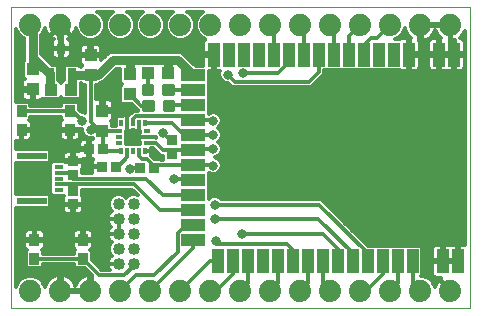
<source format=gtl>
G75*
%MOIN*%
%OFA0B0*%
%FSLAX25Y25*%
%IPPOS*%
%LPD*%
%AMOC8*
5,1,8,0,0,1.08239X$1,22.5*
%
%ADD10C,0.00000*%
%ADD11R,0.03937X0.07874*%
%ADD12R,0.07874X0.03937*%
%ADD13C,0.04000*%
%ADD14R,0.03150X0.03543*%
%ADD15R,0.04331X0.03937*%
%ADD16C,0.01181*%
%ADD17R,0.03937X0.04331*%
%ADD18C,0.07400*%
%ADD19R,0.03543X0.03937*%
%ADD20R,0.03150X0.01181*%
%ADD21R,0.10236X0.02362*%
%ADD22R,0.03543X0.03346*%
%ADD23R,0.01181X0.02362*%
%ADD24R,0.02362X0.01181*%
%ADD25R,0.03346X0.03543*%
%ADD26C,0.03150*%
%ADD27C,0.01575*%
%ADD28C,0.03150*%
D10*
X0060646Y0048835D02*
X0060646Y0149228D01*
X0213402Y0149228D01*
X0213402Y0048835D01*
X0060646Y0048835D01*
D11*
X0129406Y0064583D03*
X0134406Y0064583D03*
X0139406Y0064583D03*
X0144406Y0064583D03*
X0149406Y0064583D03*
X0154406Y0064583D03*
X0159406Y0064583D03*
X0164406Y0064583D03*
X0169406Y0064583D03*
X0174406Y0064583D03*
X0179406Y0064583D03*
X0184406Y0064583D03*
X0189406Y0064583D03*
X0194406Y0064583D03*
X0204406Y0064583D03*
X0209406Y0064583D03*
X0208146Y0133480D03*
X0203146Y0133480D03*
X0193146Y0133480D03*
X0188146Y0133480D03*
X0183146Y0133480D03*
X0178146Y0133480D03*
X0173146Y0133480D03*
X0168146Y0133480D03*
X0163146Y0133480D03*
X0158146Y0133480D03*
X0153146Y0133480D03*
X0148146Y0133480D03*
X0143146Y0133480D03*
X0138146Y0133480D03*
X0133146Y0133480D03*
X0128146Y0133480D03*
D12*
X0121276Y0126531D03*
X0121276Y0121531D03*
X0121276Y0116531D03*
X0121276Y0111531D03*
X0121276Y0106531D03*
X0121276Y0101531D03*
X0121276Y0096531D03*
X0121276Y0091531D03*
X0121276Y0086531D03*
X0121276Y0081531D03*
X0121276Y0076531D03*
X0121276Y0071531D03*
D13*
X0101335Y0073638D03*
X0096335Y0073638D03*
X0096335Y0068638D03*
X0101335Y0068638D03*
X0101335Y0063638D03*
X0096335Y0063638D03*
X0096335Y0078638D03*
X0101335Y0078638D03*
X0101335Y0083638D03*
X0096335Y0083638D03*
D14*
X0080921Y0127181D03*
X0073441Y0127181D03*
X0077181Y0135449D03*
D15*
X0073835Y0121669D03*
X0080528Y0121669D03*
X0106118Y0127181D03*
X0112811Y0127181D03*
D16*
X0120310Y0131408D02*
X0124587Y0131408D01*
X0124587Y0132587D02*
X0119131Y0132587D01*
X0118640Y0133078D02*
X0117862Y0133856D01*
X0116845Y0134277D01*
X0093954Y0134277D01*
X0092937Y0133856D01*
X0090583Y0131501D01*
X0090583Y0132890D01*
X0087417Y0132890D01*
X0087417Y0133677D01*
X0086630Y0133677D01*
X0086630Y0132890D01*
X0083465Y0132890D01*
X0083465Y0130909D01*
X0083573Y0130504D01*
X0083782Y0130141D01*
X0084078Y0129845D01*
X0084321Y0129705D01*
X0083971Y0129356D01*
X0083687Y0129356D01*
X0083687Y0129446D01*
X0082989Y0130143D01*
X0078853Y0130143D01*
X0078156Y0129446D01*
X0078156Y0124828D01*
X0077869Y0124828D01*
X0077181Y0124140D01*
X0076493Y0124828D01*
X0076206Y0124828D01*
X0076206Y0129446D01*
X0075509Y0130143D01*
X0073996Y0130143D01*
X0072931Y0131208D01*
X0072931Y0131208D01*
X0070667Y0133472D01*
X0070498Y0133641D01*
X0070498Y0139959D01*
X0071091Y0140553D01*
X0071768Y0142188D01*
X0071785Y0142084D01*
X0072042Y0141292D01*
X0072420Y0140550D01*
X0072909Y0139876D01*
X0073498Y0139287D01*
X0074172Y0138798D01*
X0074696Y0138531D01*
X0074630Y0138493D01*
X0074334Y0138197D01*
X0074124Y0137834D01*
X0074016Y0137430D01*
X0074016Y0135646D01*
X0076984Y0135646D01*
X0076984Y0138811D01*
X0076535Y0138811D01*
X0076535Y0142913D01*
X0077354Y0142913D01*
X0077354Y0138032D01*
X0077361Y0138032D01*
X0077378Y0138035D01*
X0077378Y0135646D01*
X0076984Y0135646D01*
X0076984Y0135252D01*
X0074016Y0135252D01*
X0074016Y0133468D01*
X0074124Y0133063D01*
X0074334Y0132701D01*
X0074630Y0132404D01*
X0074992Y0132195D01*
X0075397Y0132087D01*
X0076984Y0132087D01*
X0076984Y0135252D01*
X0077378Y0135252D01*
X0077378Y0135646D01*
X0080346Y0135646D01*
X0080346Y0137430D01*
X0080238Y0137834D01*
X0080029Y0138197D01*
X0079733Y0138493D01*
X0079445Y0138659D01*
X0079718Y0138798D01*
X0080391Y0139287D01*
X0080980Y0139876D01*
X0081470Y0140550D01*
X0081848Y0141292D01*
X0082105Y0142084D01*
X0082122Y0142188D01*
X0082799Y0140553D01*
X0084175Y0139177D01*
X0085972Y0138432D01*
X0087918Y0138432D01*
X0089715Y0139177D01*
X0091091Y0140553D01*
X0091835Y0142350D01*
X0091835Y0144296D01*
X0091091Y0146093D01*
X0089715Y0147469D01*
X0089307Y0147638D01*
X0094583Y0147638D01*
X0094175Y0147469D01*
X0092799Y0146093D01*
X0092054Y0144296D01*
X0092054Y0142350D01*
X0092799Y0140553D01*
X0094175Y0139177D01*
X0095972Y0138432D01*
X0097918Y0138432D01*
X0099715Y0139177D01*
X0101091Y0140553D01*
X0101835Y0142350D01*
X0101835Y0144296D01*
X0101091Y0146093D01*
X0099715Y0147469D01*
X0099307Y0147638D01*
X0104583Y0147638D01*
X0104175Y0147469D01*
X0102799Y0146093D01*
X0102054Y0144296D01*
X0102054Y0142350D01*
X0102799Y0140553D01*
X0104175Y0139177D01*
X0105972Y0138432D01*
X0107918Y0138432D01*
X0109715Y0139177D01*
X0111091Y0140553D01*
X0111835Y0142350D01*
X0111835Y0144296D01*
X0111091Y0146093D01*
X0109715Y0147469D01*
X0109307Y0147638D01*
X0114583Y0147638D01*
X0114175Y0147469D01*
X0112799Y0146093D01*
X0112054Y0144296D01*
X0112054Y0142350D01*
X0112799Y0140553D01*
X0114175Y0139177D01*
X0115972Y0138432D01*
X0117918Y0138432D01*
X0119715Y0139177D01*
X0121091Y0140553D01*
X0121835Y0142350D01*
X0121835Y0144296D01*
X0121091Y0146093D01*
X0119715Y0147469D01*
X0119307Y0147638D01*
X0124583Y0147638D01*
X0124175Y0147469D01*
X0122799Y0146093D01*
X0122054Y0144296D01*
X0122054Y0142350D01*
X0122799Y0140553D01*
X0124175Y0139177D01*
X0125263Y0138726D01*
X0125201Y0138690D01*
X0124904Y0138394D01*
X0124695Y0138031D01*
X0124587Y0137627D01*
X0124587Y0133874D01*
X0127752Y0133874D01*
X0127752Y0133087D01*
X0124587Y0133087D01*
X0124587Y0129691D01*
X0122027Y0129691D01*
X0118640Y0133078D01*
X0117951Y0133767D02*
X0127752Y0133767D01*
X0127752Y0133087D02*
X0128539Y0133087D01*
X0128539Y0127953D01*
X0130182Y0127953D01*
X0129928Y0127337D01*
X0129928Y0126237D01*
X0130349Y0125221D01*
X0131126Y0124443D01*
X0132143Y0124022D01*
X0132939Y0124022D01*
X0134317Y0122644D01*
X0160596Y0122644D01*
X0161639Y0123687D01*
X0164927Y0126975D01*
X0164927Y0128353D01*
X0165607Y0128353D01*
X0165646Y0128391D01*
X0165684Y0128353D01*
X0170607Y0128353D01*
X0170646Y0128391D01*
X0170684Y0128353D01*
X0175607Y0128353D01*
X0175646Y0128391D01*
X0175684Y0128353D01*
X0180607Y0128353D01*
X0180646Y0128391D01*
X0180684Y0128353D01*
X0185607Y0128353D01*
X0185646Y0128391D01*
X0185684Y0128353D01*
X0190118Y0128353D01*
X0190201Y0128271D01*
X0190563Y0128061D01*
X0190968Y0127953D01*
X0192752Y0127953D01*
X0192752Y0133087D01*
X0193539Y0133087D01*
X0193539Y0133874D01*
X0192752Y0133874D01*
X0192752Y0139008D01*
X0190968Y0139008D01*
X0190563Y0138899D01*
X0190201Y0138690D01*
X0190118Y0138608D01*
X0188342Y0138608D01*
X0189715Y0139177D01*
X0191091Y0140553D01*
X0191768Y0142188D01*
X0191785Y0142084D01*
X0192042Y0141292D01*
X0192420Y0140550D01*
X0192909Y0139876D01*
X0193498Y0139287D01*
X0193883Y0139008D01*
X0193539Y0139008D01*
X0193539Y0133874D01*
X0196705Y0133874D01*
X0196705Y0137627D01*
X0196596Y0138031D01*
X0196535Y0138137D01*
X0196535Y0142913D01*
X0197354Y0142913D01*
X0197354Y0138032D01*
X0197361Y0138032D01*
X0198184Y0138163D01*
X0198976Y0138420D01*
X0199718Y0138798D01*
X0200391Y0139287D01*
X0200980Y0139876D01*
X0201470Y0140550D01*
X0201848Y0141292D01*
X0201945Y0141591D01*
X0202042Y0141292D01*
X0202420Y0140550D01*
X0202909Y0139876D01*
X0203498Y0139287D01*
X0203883Y0139008D01*
X0203539Y0139008D01*
X0203539Y0133874D01*
X0202752Y0133874D01*
X0202752Y0139008D01*
X0200968Y0139008D01*
X0200563Y0138899D01*
X0200201Y0138690D01*
X0199904Y0138394D01*
X0199695Y0138031D01*
X0199587Y0137627D01*
X0199587Y0133874D01*
X0202752Y0133874D01*
X0202752Y0133087D01*
X0199587Y0133087D01*
X0199587Y0129334D01*
X0199695Y0128929D01*
X0199904Y0128567D01*
X0200201Y0128271D01*
X0200563Y0128061D01*
X0200968Y0127953D01*
X0202752Y0127953D01*
X0202752Y0133087D01*
X0203539Y0133087D01*
X0203539Y0133874D01*
X0206705Y0133874D01*
X0207752Y0133874D01*
X0207752Y0138094D01*
X0208184Y0138163D01*
X0208539Y0138278D01*
X0208539Y0133874D01*
X0207752Y0133874D01*
X0207752Y0133087D01*
X0203539Y0133087D01*
X0203539Y0127953D01*
X0205324Y0127953D01*
X0205646Y0128039D01*
X0205968Y0127953D01*
X0207752Y0127953D01*
X0207752Y0133087D01*
X0208539Y0133087D01*
X0208539Y0133874D01*
X0211705Y0133874D01*
X0211705Y0137627D01*
X0211596Y0138031D01*
X0211387Y0138394D01*
X0211091Y0138690D01*
X0210728Y0138899D01*
X0210324Y0139008D01*
X0210007Y0139008D01*
X0210391Y0139287D01*
X0210980Y0139876D01*
X0211470Y0140550D01*
X0211811Y0141220D01*
X0211811Y0070049D01*
X0211583Y0070110D01*
X0209799Y0070110D01*
X0209799Y0064976D01*
X0209012Y0064976D01*
X0209012Y0064189D01*
X0205846Y0064189D01*
X0204799Y0064189D01*
X0204799Y0064976D01*
X0209012Y0064976D01*
X0209012Y0070110D01*
X0207228Y0070110D01*
X0206905Y0070024D01*
X0206583Y0070110D01*
X0204799Y0070110D01*
X0204799Y0064976D01*
X0204012Y0064976D01*
X0204012Y0064189D01*
X0200846Y0064189D01*
X0200846Y0060436D01*
X0200955Y0060032D01*
X0201164Y0059669D01*
X0201460Y0059373D01*
X0201823Y0059164D01*
X0202228Y0059055D01*
X0203883Y0059055D01*
X0203498Y0058776D01*
X0202909Y0058187D01*
X0202420Y0057513D01*
X0202042Y0056771D01*
X0201785Y0055979D01*
X0201768Y0055875D01*
X0201091Y0057510D01*
X0199715Y0058886D01*
X0197918Y0059631D01*
X0197043Y0059631D01*
X0197565Y0060153D01*
X0197565Y0069013D01*
X0196867Y0069710D01*
X0191944Y0069710D01*
X0191905Y0069672D01*
X0191867Y0069710D01*
X0186944Y0069710D01*
X0186905Y0069672D01*
X0186867Y0069710D01*
X0181944Y0069710D01*
X0181905Y0069672D01*
X0181867Y0069710D01*
X0179386Y0069710D01*
X0163835Y0085261D01*
X0130492Y0085261D01*
X0129929Y0085825D01*
X0128912Y0086246D01*
X0127812Y0086246D01*
X0126796Y0085825D01*
X0126403Y0085432D01*
X0126403Y0088993D01*
X0126365Y0089031D01*
X0126403Y0089070D01*
X0126403Y0093993D01*
X0126365Y0094031D01*
X0126403Y0094070D01*
X0126403Y0094128D01*
X0127418Y0093707D01*
X0128519Y0093707D01*
X0129535Y0094128D01*
X0130313Y0094906D01*
X0130734Y0095922D01*
X0130734Y0097023D01*
X0130313Y0098039D01*
X0129535Y0098817D01*
X0128541Y0099228D01*
X0129535Y0099640D01*
X0130313Y0100418D01*
X0130734Y0101434D01*
X0130734Y0102534D01*
X0130313Y0103551D01*
X0129535Y0104329D01*
X0129492Y0104346D01*
X0129535Y0104364D01*
X0130313Y0105142D01*
X0130734Y0106159D01*
X0130734Y0107259D01*
X0130313Y0108275D01*
X0129535Y0109053D01*
X0129492Y0109071D01*
X0129535Y0109089D01*
X0130313Y0109867D01*
X0130734Y0110883D01*
X0130734Y0111983D01*
X0130313Y0113000D01*
X0129535Y0113777D01*
X0128519Y0114198D01*
X0127418Y0114198D01*
X0126403Y0113778D01*
X0126403Y0113993D01*
X0126365Y0114031D01*
X0126403Y0114070D01*
X0126403Y0118993D01*
X0126365Y0119031D01*
X0126403Y0119070D01*
X0126403Y0123993D01*
X0126365Y0124031D01*
X0126403Y0124070D01*
X0126403Y0127953D01*
X0127752Y0127953D01*
X0127752Y0133087D01*
X0127752Y0132587D02*
X0128539Y0132587D01*
X0128539Y0131408D02*
X0127752Y0131408D01*
X0127752Y0130228D02*
X0128539Y0130228D01*
X0128539Y0129048D02*
X0127752Y0129048D01*
X0126403Y0127869D02*
X0130148Y0127869D01*
X0129928Y0126689D02*
X0126403Y0126689D01*
X0126403Y0125510D02*
X0130229Y0125510D01*
X0131400Y0124330D02*
X0126403Y0124330D01*
X0126403Y0123150D02*
X0133811Y0123150D01*
X0135055Y0124425D02*
X0132693Y0126787D01*
X0135055Y0124425D02*
X0159858Y0124425D01*
X0163146Y0127713D01*
X0163146Y0133480D01*
X0168146Y0133480D02*
X0168146Y0142122D01*
X0166945Y0143323D01*
X0173146Y0139524D02*
X0176945Y0143323D01*
X0173146Y0139524D02*
X0173146Y0133480D01*
X0178146Y0133480D02*
X0178146Y0136807D01*
X0180331Y0138992D01*
X0182614Y0138992D01*
X0186945Y0143323D01*
X0191700Y0142024D02*
X0191804Y0142024D01*
X0192270Y0140845D02*
X0191212Y0140845D01*
X0190203Y0139665D02*
X0193121Y0139665D01*
X0192752Y0138485D02*
X0193539Y0138485D01*
X0193539Y0137306D02*
X0192752Y0137306D01*
X0192752Y0136126D02*
X0193539Y0136126D01*
X0193539Y0134946D02*
X0192752Y0134946D01*
X0193539Y0133767D02*
X0202752Y0133767D01*
X0203539Y0133767D02*
X0207752Y0133767D01*
X0208539Y0133767D02*
X0211811Y0133767D01*
X0211705Y0133087D02*
X0208539Y0133087D01*
X0208539Y0127953D01*
X0210324Y0127953D01*
X0210728Y0128061D01*
X0211091Y0128271D01*
X0211387Y0128567D01*
X0211596Y0128929D01*
X0211705Y0129334D01*
X0211705Y0133087D01*
X0211705Y0132587D02*
X0211811Y0132587D01*
X0211811Y0131408D02*
X0211705Y0131408D01*
X0211705Y0130228D02*
X0211811Y0130228D01*
X0211811Y0129048D02*
X0211628Y0129048D01*
X0211811Y0127869D02*
X0164927Y0127869D01*
X0164641Y0126689D02*
X0211811Y0126689D01*
X0211811Y0125510D02*
X0163461Y0125510D01*
X0162282Y0124330D02*
X0211811Y0124330D01*
X0211811Y0123150D02*
X0161102Y0123150D01*
X0153146Y0130891D02*
X0149623Y0127369D01*
X0137811Y0127369D01*
X0148146Y0133480D02*
X0148146Y0142122D01*
X0146945Y0143323D01*
X0156945Y0143323D02*
X0158146Y0142122D01*
X0158146Y0133480D01*
X0153146Y0133480D02*
X0153146Y0130891D01*
X0129599Y0113713D02*
X0211811Y0113713D01*
X0211811Y0112534D02*
X0130506Y0112534D01*
X0130734Y0111354D02*
X0211811Y0111354D01*
X0211811Y0110175D02*
X0130440Y0110175D01*
X0129593Y0108995D02*
X0211811Y0108995D01*
X0211811Y0107815D02*
X0130503Y0107815D01*
X0130734Y0106636D02*
X0211811Y0106636D01*
X0211811Y0105456D02*
X0130443Y0105456D01*
X0129587Y0104276D02*
X0211811Y0104276D01*
X0211811Y0103097D02*
X0130501Y0103097D01*
X0130734Y0101917D02*
X0211811Y0101917D01*
X0211811Y0100738D02*
X0130445Y0100738D01*
X0129337Y0099558D02*
X0211811Y0099558D01*
X0211811Y0098378D02*
X0129973Y0098378D01*
X0130661Y0097199D02*
X0211811Y0097199D01*
X0211811Y0096019D02*
X0130734Y0096019D01*
X0130246Y0094840D02*
X0211811Y0094840D01*
X0211811Y0093660D02*
X0126403Y0093660D01*
X0126403Y0092480D02*
X0211811Y0092480D01*
X0211811Y0091301D02*
X0126403Y0091301D01*
X0126403Y0090121D02*
X0211811Y0090121D01*
X0211811Y0088942D02*
X0126403Y0088942D01*
X0126403Y0087762D02*
X0211811Y0087762D01*
X0211811Y0086582D02*
X0126403Y0086582D01*
X0121276Y0086531D02*
X0111138Y0086531D01*
X0105528Y0092142D01*
X0081118Y0092142D01*
X0081118Y0093402D01*
X0081118Y0094110D01*
X0076394Y0094110D01*
X0073628Y0093660D02*
X0062236Y0093660D01*
X0062236Y0094840D02*
X0073628Y0094840D01*
X0073628Y0096019D02*
X0062236Y0096019D01*
X0062236Y0097199D02*
X0073665Y0097199D01*
X0073628Y0097162D02*
X0073628Y0087121D01*
X0074326Y0086424D01*
X0078156Y0086424D01*
X0078156Y0086291D01*
X0078074Y0086209D01*
X0077864Y0085846D01*
X0077756Y0085442D01*
X0077756Y0083805D01*
X0080872Y0083805D01*
X0080872Y0083313D01*
X0077756Y0083313D01*
X0077756Y0081676D01*
X0077864Y0081272D01*
X0078074Y0080909D01*
X0078370Y0080613D01*
X0078733Y0080404D01*
X0079137Y0080295D01*
X0080872Y0080295D01*
X0080872Y0083313D01*
X0081364Y0083313D01*
X0081364Y0080295D01*
X0083099Y0080295D01*
X0083504Y0080404D01*
X0083866Y0080613D01*
X0084163Y0080909D01*
X0084372Y0081272D01*
X0084480Y0081676D01*
X0084480Y0083313D01*
X0081364Y0083313D01*
X0081364Y0083805D01*
X0084480Y0083805D01*
X0084480Y0085442D01*
X0084372Y0085846D01*
X0084163Y0086209D01*
X0084080Y0086291D01*
X0084080Y0088392D01*
X0100853Y0088392D01*
X0102733Y0086512D01*
X0101969Y0086828D01*
X0100700Y0086828D01*
X0099527Y0086343D01*
X0098835Y0085650D01*
X0098142Y0086343D01*
X0096969Y0086828D01*
X0095700Y0086828D01*
X0094527Y0086343D01*
X0093630Y0085445D01*
X0093144Y0084272D01*
X0093144Y0083003D01*
X0093630Y0081830D01*
X0094040Y0081421D01*
X0093546Y0080927D01*
X0093153Y0080339D01*
X0092882Y0079685D01*
X0092744Y0078991D01*
X0092744Y0078638D01*
X0096335Y0078638D01*
X0096335Y0075047D01*
X0096335Y0073638D01*
X0096335Y0073638D01*
X0096335Y0078638D01*
X0096335Y0078638D01*
X0096335Y0078638D01*
X0092744Y0078638D01*
X0092744Y0078284D01*
X0092882Y0077590D01*
X0093153Y0076937D01*
X0093546Y0076349D01*
X0093757Y0076138D01*
X0093546Y0075927D01*
X0093153Y0075339D01*
X0092882Y0074685D01*
X0092744Y0073991D01*
X0092744Y0073638D01*
X0096335Y0073638D01*
X0096335Y0073638D01*
X0092744Y0073638D01*
X0092744Y0073284D01*
X0092882Y0072590D01*
X0093153Y0071937D01*
X0093546Y0071349D01*
X0094040Y0070855D01*
X0093630Y0070445D01*
X0093144Y0069272D01*
X0093144Y0068003D01*
X0093630Y0066830D01*
X0094040Y0066421D01*
X0093546Y0065927D01*
X0093153Y0065339D01*
X0092882Y0064685D01*
X0092744Y0063991D01*
X0092744Y0063638D01*
X0096335Y0063638D01*
X0096335Y0063638D01*
X0092744Y0063638D01*
X0092744Y0063284D01*
X0092882Y0062590D01*
X0093153Y0061937D01*
X0093352Y0061639D01*
X0090714Y0061639D01*
X0087427Y0064927D01*
X0087427Y0067832D01*
X0086970Y0068288D01*
X0087213Y0068428D01*
X0087509Y0068724D01*
X0087718Y0069087D01*
X0087827Y0069491D01*
X0087827Y0071374D01*
X0084760Y0071374D01*
X0084760Y0071965D01*
X0084169Y0071965D01*
X0084169Y0075228D01*
X0082484Y0075228D01*
X0082079Y0075120D01*
X0081716Y0074911D01*
X0081420Y0074614D01*
X0081211Y0074252D01*
X0081102Y0073847D01*
X0081102Y0071965D01*
X0084169Y0071965D01*
X0084169Y0071374D01*
X0081102Y0071374D01*
X0081102Y0069491D01*
X0081211Y0069087D01*
X0081420Y0068724D01*
X0081716Y0068428D01*
X0081959Y0068288D01*
X0081502Y0067832D01*
X0081502Y0067151D01*
X0071285Y0067151D01*
X0071285Y0067832D01*
X0070829Y0068288D01*
X0071071Y0068428D01*
X0071367Y0068724D01*
X0071577Y0069087D01*
X0071685Y0069491D01*
X0071685Y0071374D01*
X0068618Y0071374D01*
X0068618Y0071965D01*
X0068028Y0071965D01*
X0068028Y0075228D01*
X0066342Y0075228D01*
X0065937Y0075120D01*
X0065575Y0074911D01*
X0065278Y0074614D01*
X0065069Y0074252D01*
X0064961Y0073847D01*
X0064961Y0071965D01*
X0068027Y0071965D01*
X0068027Y0071374D01*
X0064961Y0071374D01*
X0064961Y0069491D01*
X0065069Y0069087D01*
X0065278Y0068724D01*
X0065575Y0068428D01*
X0065817Y0068288D01*
X0065361Y0067832D01*
X0065361Y0062908D01*
X0066058Y0062211D01*
X0070588Y0062211D01*
X0071285Y0062908D01*
X0071285Y0063589D01*
X0081502Y0063589D01*
X0081502Y0062908D01*
X0082200Y0062211D01*
X0085105Y0062211D01*
X0087354Y0059961D01*
X0087354Y0055150D01*
X0086535Y0055150D01*
X0086535Y0054331D01*
X0082235Y0054331D01*
X0077354Y0054331D01*
X0077354Y0055150D01*
X0076535Y0055150D01*
X0076535Y0060031D01*
X0076528Y0060031D01*
X0075706Y0059900D01*
X0074914Y0059643D01*
X0074172Y0059265D01*
X0073498Y0058776D01*
X0072909Y0058187D01*
X0072420Y0057513D01*
X0072042Y0056771D01*
X0071785Y0055979D01*
X0071768Y0055875D01*
X0071091Y0057510D01*
X0069715Y0058886D01*
X0067918Y0059631D01*
X0065972Y0059631D01*
X0064175Y0058886D01*
X0062799Y0057510D01*
X0062236Y0056152D01*
X0062236Y0082290D01*
X0072950Y0082290D01*
X0073647Y0082987D01*
X0073647Y0086336D01*
X0072950Y0087033D01*
X0062236Y0087033D01*
X0062236Y0097250D01*
X0072950Y0097250D01*
X0073647Y0097948D01*
X0073647Y0101296D01*
X0072950Y0101994D01*
X0062236Y0101994D01*
X0062236Y0104724D01*
X0063697Y0104724D01*
X0063697Y0107988D01*
X0064287Y0107988D01*
X0064287Y0104724D01*
X0065973Y0104724D01*
X0066378Y0104833D01*
X0066740Y0105042D01*
X0067037Y0105338D01*
X0067246Y0105701D01*
X0067354Y0106106D01*
X0067354Y0107988D01*
X0064287Y0107988D01*
X0064287Y0108579D01*
X0067354Y0108579D01*
X0067354Y0110461D01*
X0067246Y0110866D01*
X0067037Y0111229D01*
X0066740Y0111525D01*
X0066498Y0111665D01*
X0066954Y0112121D01*
X0066954Y0112802D01*
X0077172Y0112802D01*
X0077172Y0112121D01*
X0077628Y0111665D01*
X0077386Y0111525D01*
X0077089Y0111229D01*
X0076880Y0110866D01*
X0076772Y0110461D01*
X0076772Y0108579D01*
X0079838Y0108579D01*
X0079838Y0107988D01*
X0076772Y0107988D01*
X0076772Y0106106D01*
X0076880Y0105701D01*
X0077089Y0105338D01*
X0077386Y0105042D01*
X0077748Y0104833D01*
X0078153Y0104724D01*
X0079839Y0104724D01*
X0079839Y0107988D01*
X0080429Y0107988D01*
X0080429Y0104724D01*
X0082115Y0104724D01*
X0082519Y0104833D01*
X0082882Y0105042D01*
X0083178Y0105338D01*
X0083388Y0105701D01*
X0083496Y0106106D01*
X0083496Y0107988D01*
X0080429Y0107988D01*
X0080429Y0108579D01*
X0083496Y0108579D01*
X0083496Y0108756D01*
X0083708Y0108668D01*
X0084258Y0108668D01*
X0084258Y0107733D01*
X0084679Y0106717D01*
X0085457Y0105939D01*
X0086474Y0105518D01*
X0087574Y0105518D01*
X0087802Y0105613D01*
X0087802Y0105428D01*
X0087883Y0105346D01*
X0086758Y0105346D01*
X0086758Y0102230D01*
X0086266Y0102230D01*
X0086266Y0101738D01*
X0086758Y0101738D01*
X0086758Y0098622D01*
X0087778Y0098622D01*
X0087687Y0098464D01*
X0087579Y0098060D01*
X0087579Y0096325D01*
X0090596Y0096325D01*
X0090596Y0095833D01*
X0087579Y0095833D01*
X0087579Y0094098D01*
X0087626Y0093923D01*
X0084080Y0093923D01*
X0084080Y0095236D01*
X0084163Y0095319D01*
X0084372Y0095681D01*
X0084480Y0096086D01*
X0084480Y0097722D01*
X0081364Y0097722D01*
X0081364Y0098215D01*
X0080872Y0098215D01*
X0080872Y0101232D01*
X0079137Y0101232D01*
X0078733Y0101124D01*
X0078370Y0100914D01*
X0078074Y0100618D01*
X0077864Y0100256D01*
X0077756Y0099851D01*
X0077756Y0098215D01*
X0080872Y0098215D01*
X0080872Y0097722D01*
X0078599Y0097722D01*
X0078462Y0097860D01*
X0074326Y0097860D01*
X0073628Y0097162D01*
X0073647Y0098378D02*
X0077756Y0098378D01*
X0077756Y0099558D02*
X0073647Y0099558D01*
X0073647Y0100738D02*
X0078193Y0100738D01*
X0080872Y0100738D02*
X0081364Y0100738D01*
X0081364Y0101232D02*
X0081364Y0098215D01*
X0084480Y0098215D01*
X0084480Y0098662D01*
X0084629Y0098622D01*
X0086266Y0098622D01*
X0086266Y0101738D01*
X0083248Y0101738D01*
X0083248Y0101192D01*
X0083099Y0101232D01*
X0081364Y0101232D01*
X0081364Y0099558D02*
X0080872Y0099558D01*
X0080872Y0098378D02*
X0081364Y0098378D01*
X0084480Y0098378D02*
X0087664Y0098378D01*
X0087579Y0097199D02*
X0084480Y0097199D01*
X0084462Y0096019D02*
X0090596Y0096019D01*
X0087579Y0094840D02*
X0084080Y0094840D01*
X0086266Y0099558D02*
X0086758Y0099558D01*
X0086758Y0100738D02*
X0086266Y0100738D01*
X0086266Y0101917D02*
X0073026Y0101917D01*
X0077021Y0105456D02*
X0067105Y0105456D01*
X0067354Y0106636D02*
X0076772Y0106636D01*
X0076772Y0107815D02*
X0067354Y0107815D01*
X0067354Y0108995D02*
X0076772Y0108995D01*
X0076772Y0110175D02*
X0067354Y0110175D01*
X0066911Y0111354D02*
X0077215Y0111354D01*
X0077172Y0112534D02*
X0066954Y0112534D01*
X0063992Y0114583D02*
X0080134Y0114583D01*
X0081109Y0114583D01*
X0084258Y0111433D01*
X0085243Y0114019D02*
X0084808Y0114198D01*
X0084012Y0114198D01*
X0083096Y0115114D01*
X0083096Y0117044D01*
X0082399Y0117742D01*
X0077869Y0117742D01*
X0077172Y0117044D01*
X0077172Y0116364D01*
X0066954Y0116364D01*
X0066954Y0117044D01*
X0066257Y0117742D01*
X0062236Y0117742D01*
X0062236Y0141911D01*
X0062799Y0140553D01*
X0064175Y0139177D01*
X0064967Y0138849D01*
X0064967Y0131611D01*
X0064573Y0131218D01*
X0064573Y0125901D01*
X0065030Y0125444D01*
X0064787Y0125304D01*
X0064491Y0125008D01*
X0064282Y0124645D01*
X0064173Y0124241D01*
X0064173Y0122260D01*
X0067338Y0122260D01*
X0067338Y0121472D01*
X0064173Y0121472D01*
X0064173Y0119491D01*
X0064282Y0119087D01*
X0064491Y0118724D01*
X0064787Y0118428D01*
X0065150Y0118219D01*
X0065554Y0118110D01*
X0067339Y0118110D01*
X0067339Y0121472D01*
X0068126Y0121472D01*
X0068126Y0118110D01*
X0069910Y0118110D01*
X0070315Y0118219D01*
X0070677Y0118428D01*
X0070968Y0118719D01*
X0071176Y0118510D01*
X0076493Y0118510D01*
X0077181Y0119198D01*
X0077869Y0118510D01*
X0083186Y0118510D01*
X0083883Y0119208D01*
X0083883Y0123825D01*
X0083971Y0123825D01*
X0084562Y0123235D01*
X0085243Y0123235D01*
X0085243Y0114019D01*
X0085243Y0114893D02*
X0083317Y0114893D01*
X0083096Y0116073D02*
X0085243Y0116073D01*
X0085243Y0117252D02*
X0082888Y0117252D01*
X0083883Y0119611D02*
X0085243Y0119611D01*
X0085243Y0118432D02*
X0070681Y0118432D01*
X0068126Y0118432D02*
X0067339Y0118432D01*
X0067339Y0119611D02*
X0068126Y0119611D01*
X0068126Y0120791D02*
X0067339Y0120791D01*
X0067338Y0121971D02*
X0062236Y0121971D01*
X0062236Y0123150D02*
X0064173Y0123150D01*
X0064197Y0124330D02*
X0062236Y0124330D01*
X0062236Y0125510D02*
X0064964Y0125510D01*
X0064573Y0126689D02*
X0062236Y0126689D01*
X0062236Y0127869D02*
X0064573Y0127869D01*
X0064573Y0129048D02*
X0062236Y0129048D01*
X0062236Y0130228D02*
X0064573Y0130228D01*
X0064763Y0131408D02*
X0062236Y0131408D01*
X0062236Y0132587D02*
X0064967Y0132587D01*
X0064967Y0133767D02*
X0062236Y0133767D01*
X0062236Y0134946D02*
X0064967Y0134946D01*
X0064967Y0136126D02*
X0062236Y0136126D01*
X0062236Y0137306D02*
X0064967Y0137306D01*
X0064967Y0138485D02*
X0062236Y0138485D01*
X0062236Y0139665D02*
X0063687Y0139665D01*
X0062678Y0140845D02*
X0062236Y0140845D01*
X0070498Y0139665D02*
X0073121Y0139665D01*
X0072270Y0140845D02*
X0071212Y0140845D01*
X0071700Y0142024D02*
X0071804Y0142024D01*
X0070498Y0138485D02*
X0074622Y0138485D01*
X0074016Y0137306D02*
X0070498Y0137306D01*
X0070498Y0136126D02*
X0074016Y0136126D01*
X0074016Y0134946D02*
X0070498Y0134946D01*
X0070498Y0133767D02*
X0074016Y0133767D01*
X0074447Y0132587D02*
X0071552Y0132587D01*
X0072732Y0131408D02*
X0083465Y0131408D01*
X0083465Y0132587D02*
X0079915Y0132587D01*
X0080029Y0132701D02*
X0080238Y0133063D01*
X0080346Y0133468D01*
X0080346Y0135252D01*
X0077378Y0135252D01*
X0077378Y0132087D01*
X0078965Y0132087D01*
X0079370Y0132195D01*
X0079733Y0132404D01*
X0080029Y0132701D01*
X0080346Y0133767D02*
X0083465Y0133767D01*
X0083465Y0133677D02*
X0086630Y0133677D01*
X0086630Y0137039D01*
X0084846Y0137039D01*
X0084441Y0136931D01*
X0084078Y0136722D01*
X0083782Y0136425D01*
X0083573Y0136063D01*
X0083465Y0135658D01*
X0083465Y0133677D01*
X0083465Y0134946D02*
X0080346Y0134946D01*
X0080346Y0136126D02*
X0083610Y0136126D01*
X0086630Y0136126D02*
X0087417Y0136126D01*
X0087417Y0137039D02*
X0087417Y0133677D01*
X0090583Y0133677D01*
X0090583Y0135658D01*
X0090474Y0136063D01*
X0090265Y0136425D01*
X0089969Y0136722D01*
X0089606Y0136931D01*
X0089202Y0137039D01*
X0087417Y0137039D01*
X0088046Y0138485D02*
X0095844Y0138485D01*
X0098046Y0138485D02*
X0105844Y0138485D01*
X0108046Y0138485D02*
X0115844Y0138485D01*
X0118046Y0138485D02*
X0124996Y0138485D01*
X0124587Y0137306D02*
X0080346Y0137306D01*
X0079740Y0138485D02*
X0085844Y0138485D01*
X0083687Y0139665D02*
X0080769Y0139665D01*
X0081620Y0140845D02*
X0082678Y0140845D01*
X0082189Y0142024D02*
X0082086Y0142024D01*
X0077354Y0142024D02*
X0076535Y0142024D01*
X0076535Y0140845D02*
X0077354Y0140845D01*
X0077354Y0139665D02*
X0076535Y0139665D01*
X0076984Y0138485D02*
X0077354Y0138485D01*
X0077378Y0137306D02*
X0076984Y0137306D01*
X0076984Y0136126D02*
X0077378Y0136126D01*
X0077378Y0134946D02*
X0076984Y0134946D01*
X0076984Y0133767D02*
X0077378Y0133767D01*
X0077378Y0132587D02*
X0076984Y0132587D01*
X0076206Y0129048D02*
X0078156Y0129048D01*
X0078156Y0127869D02*
X0076206Y0127869D01*
X0076206Y0126689D02*
X0078156Y0126689D01*
X0078156Y0125510D02*
X0076206Y0125510D01*
X0076992Y0124330D02*
X0077371Y0124330D01*
X0083883Y0123150D02*
X0085243Y0123150D01*
X0085243Y0121971D02*
X0083883Y0121971D01*
X0083883Y0120791D02*
X0085243Y0120791D01*
X0088805Y0120791D02*
X0096857Y0120791D01*
X0096857Y0119611D02*
X0088805Y0119611D01*
X0088805Y0118535D02*
X0088805Y0123235D01*
X0089485Y0123235D01*
X0090076Y0123825D01*
X0090133Y0123825D01*
X0091149Y0124246D01*
X0095649Y0128746D01*
X0096857Y0128746D01*
X0096857Y0124326D01*
X0097545Y0123638D01*
X0096857Y0122950D01*
X0096857Y0117633D01*
X0097554Y0116935D01*
X0100853Y0116935D01*
X0102138Y0115650D01*
X0102990Y0114798D01*
X0101344Y0114798D01*
X0100301Y0113755D01*
X0099963Y0113417D01*
X0099228Y0113417D01*
X0098428Y0113417D01*
X0098024Y0113309D01*
X0097661Y0113100D01*
X0097579Y0113017D01*
X0096176Y0113017D01*
X0095479Y0112320D01*
X0095479Y0109671D01*
X0094120Y0109671D01*
X0094120Y0110745D01*
X0093663Y0111201D01*
X0093906Y0111341D01*
X0094202Y0111638D01*
X0094411Y0112000D01*
X0094520Y0112405D01*
X0094520Y0114386D01*
X0091354Y0114386D01*
X0091354Y0115173D01*
X0090567Y0115173D01*
X0090567Y0118535D01*
X0088805Y0118535D01*
X0090567Y0118432D02*
X0091354Y0118432D01*
X0091354Y0118535D02*
X0091354Y0115173D01*
X0094520Y0115173D01*
X0094520Y0117154D01*
X0094411Y0117559D01*
X0094202Y0117921D01*
X0093906Y0118218D01*
X0093543Y0118427D01*
X0093139Y0118535D01*
X0091354Y0118535D01*
X0091354Y0117252D02*
X0090567Y0117252D01*
X0090567Y0116073D02*
X0091354Y0116073D01*
X0091354Y0114893D02*
X0102895Y0114893D01*
X0101716Y0116073D02*
X0094520Y0116073D01*
X0094493Y0117252D02*
X0097237Y0117252D01*
X0096857Y0118432D02*
X0093525Y0118432D01*
X0096857Y0121971D02*
X0088805Y0121971D01*
X0088805Y0123150D02*
X0097057Y0123150D01*
X0096857Y0124330D02*
X0091233Y0124330D01*
X0092412Y0125510D02*
X0096857Y0125510D01*
X0096857Y0126689D02*
X0093592Y0126689D01*
X0094772Y0127869D02*
X0096857Y0127869D01*
X0091669Y0132587D02*
X0090583Y0132587D01*
X0090583Y0133767D02*
X0092848Y0133767D01*
X0090583Y0134946D02*
X0124587Y0134946D01*
X0124587Y0136126D02*
X0090438Y0136126D01*
X0087417Y0134946D02*
X0086630Y0134946D01*
X0086630Y0133767D02*
X0087417Y0133767D01*
X0083732Y0130228D02*
X0073911Y0130228D01*
X0064173Y0120791D02*
X0062236Y0120791D01*
X0062236Y0119611D02*
X0064173Y0119611D01*
X0064783Y0118432D02*
X0062236Y0118432D01*
X0066746Y0117252D02*
X0077380Y0117252D01*
X0087024Y0111039D02*
X0089976Y0108087D01*
X0090961Y0108087D01*
X0087220Y0108087D01*
X0087024Y0108283D01*
X0087024Y0111039D02*
X0087024Y0126591D01*
X0100016Y0120291D02*
X0103919Y0116388D01*
X0106338Y0116388D01*
X0104960Y0115010D02*
X0104960Y0117766D01*
X0107716Y0117766D01*
X0107716Y0115010D01*
X0104960Y0115010D01*
X0104960Y0116190D02*
X0107716Y0116190D01*
X0107716Y0117370D02*
X0104960Y0117370D01*
X0104729Y0120291D02*
X0104729Y0123047D01*
X0107485Y0123047D01*
X0107485Y0120291D01*
X0104729Y0120291D01*
X0104729Y0121471D02*
X0107485Y0121471D01*
X0107485Y0122651D02*
X0104729Y0122651D01*
X0106107Y0121669D02*
X0106107Y0127170D01*
X0106118Y0127181D01*
X0111635Y0123047D02*
X0111635Y0120291D01*
X0111635Y0123047D02*
X0114391Y0123047D01*
X0114391Y0120291D01*
X0111635Y0120291D01*
X0111635Y0121471D02*
X0114391Y0121471D01*
X0114391Y0122651D02*
X0111635Y0122651D01*
X0113013Y0121669D02*
X0121138Y0121669D01*
X0121276Y0121531D01*
X0126403Y0121971D02*
X0211811Y0121971D01*
X0211811Y0120791D02*
X0126403Y0120791D01*
X0126403Y0119611D02*
X0211811Y0119611D01*
X0211811Y0118432D02*
X0126403Y0118432D01*
X0126403Y0117252D02*
X0211811Y0117252D01*
X0211811Y0116073D02*
X0126403Y0116073D01*
X0126403Y0114893D02*
X0211811Y0114893D01*
X0196091Y0128271D02*
X0195728Y0128061D01*
X0195324Y0127953D01*
X0193539Y0127953D01*
X0193539Y0133087D01*
X0196705Y0133087D01*
X0196705Y0129334D01*
X0196596Y0128929D01*
X0196387Y0128567D01*
X0196091Y0128271D01*
X0196628Y0129048D02*
X0199663Y0129048D01*
X0199587Y0130228D02*
X0196705Y0130228D01*
X0196705Y0131408D02*
X0199587Y0131408D01*
X0199587Y0132587D02*
X0196705Y0132587D01*
X0196705Y0134946D02*
X0199587Y0134946D01*
X0199587Y0136126D02*
X0196705Y0136126D01*
X0196705Y0137306D02*
X0199587Y0137306D01*
X0199996Y0138485D02*
X0199104Y0138485D01*
X0197354Y0138485D02*
X0196535Y0138485D01*
X0196535Y0139665D02*
X0197354Y0139665D01*
X0197354Y0140845D02*
X0196535Y0140845D01*
X0196535Y0142024D02*
X0197354Y0142024D01*
X0197354Y0142913D02*
X0201654Y0142913D01*
X0206535Y0142913D01*
X0206535Y0143732D01*
X0197354Y0143732D01*
X0197354Y0142913D01*
X0197354Y0143204D02*
X0206535Y0143204D01*
X0211620Y0140845D02*
X0211811Y0140845D01*
X0211811Y0139665D02*
X0210769Y0139665D01*
X0211296Y0138485D02*
X0211811Y0138485D01*
X0211811Y0137306D02*
X0211705Y0137306D01*
X0211705Y0136126D02*
X0211811Y0136126D01*
X0211811Y0134946D02*
X0211705Y0134946D01*
X0208539Y0134946D02*
X0207752Y0134946D01*
X0207752Y0136126D02*
X0208539Y0136126D01*
X0208539Y0137306D02*
X0207752Y0137306D01*
X0203539Y0137306D02*
X0202752Y0137306D01*
X0202752Y0138485D02*
X0203539Y0138485D01*
X0203121Y0139665D02*
X0200769Y0139665D01*
X0201620Y0140845D02*
X0202270Y0140845D01*
X0202752Y0136126D02*
X0203539Y0136126D01*
X0203539Y0134946D02*
X0202752Y0134946D01*
X0202752Y0132587D02*
X0203539Y0132587D01*
X0203539Y0131408D02*
X0202752Y0131408D01*
X0202752Y0130228D02*
X0203539Y0130228D01*
X0203539Y0129048D02*
X0202752Y0129048D01*
X0207752Y0129048D02*
X0208539Y0129048D01*
X0208539Y0130228D02*
X0207752Y0130228D01*
X0207752Y0131408D02*
X0208539Y0131408D01*
X0208539Y0132587D02*
X0207752Y0132587D01*
X0193539Y0132587D02*
X0192752Y0132587D01*
X0192752Y0131408D02*
X0193539Y0131408D01*
X0193539Y0130228D02*
X0192752Y0130228D01*
X0192752Y0129048D02*
X0193539Y0129048D01*
X0211811Y0085403D02*
X0130351Y0085403D01*
X0128362Y0083480D02*
X0163097Y0083480D01*
X0179406Y0067172D01*
X0179406Y0064583D01*
X0184406Y0064583D02*
X0184406Y0060390D01*
X0178756Y0054740D01*
X0176945Y0054740D01*
X0186945Y0054740D02*
X0189406Y0057201D01*
X0189406Y0064583D01*
X0194406Y0064583D02*
X0194406Y0057280D01*
X0196945Y0054740D01*
X0200330Y0058272D02*
X0202994Y0058272D01*
X0202205Y0057092D02*
X0201264Y0057092D01*
X0201753Y0055912D02*
X0201774Y0055912D01*
X0201382Y0059451D02*
X0198351Y0059451D01*
X0197565Y0060631D02*
X0200846Y0060631D01*
X0200846Y0061810D02*
X0197565Y0061810D01*
X0197565Y0062990D02*
X0200846Y0062990D01*
X0200846Y0064170D02*
X0197565Y0064170D01*
X0197565Y0065349D02*
X0200846Y0065349D01*
X0200846Y0064976D02*
X0204012Y0064976D01*
X0204012Y0070110D01*
X0202228Y0070110D01*
X0201823Y0070002D01*
X0201460Y0069792D01*
X0201164Y0069496D01*
X0200955Y0069134D01*
X0200846Y0068729D01*
X0200846Y0064976D01*
X0200846Y0066529D02*
X0197565Y0066529D01*
X0197565Y0067708D02*
X0200846Y0067708D01*
X0200889Y0068888D02*
X0197565Y0068888D01*
X0202069Y0070068D02*
X0179029Y0070068D01*
X0177849Y0071247D02*
X0211811Y0071247D01*
X0211811Y0070068D02*
X0211742Y0070068D01*
X0209799Y0070068D02*
X0209012Y0070068D01*
X0209012Y0068888D02*
X0209799Y0068888D01*
X0209799Y0067708D02*
X0209012Y0067708D01*
X0209012Y0066529D02*
X0209799Y0066529D01*
X0209799Y0065349D02*
X0209012Y0065349D01*
X0204799Y0065349D02*
X0204012Y0065349D01*
X0204012Y0066529D02*
X0204799Y0066529D01*
X0204799Y0067708D02*
X0204012Y0067708D01*
X0204012Y0068888D02*
X0204799Y0068888D01*
X0204799Y0070068D02*
X0204012Y0070068D01*
X0206742Y0070068D02*
X0207069Y0070068D01*
X0211811Y0072427D02*
X0176669Y0072427D01*
X0175490Y0073607D02*
X0211811Y0073607D01*
X0211811Y0074786D02*
X0174310Y0074786D01*
X0173130Y0075966D02*
X0211811Y0075966D01*
X0211811Y0077145D02*
X0171951Y0077145D01*
X0170771Y0078325D02*
X0211811Y0078325D01*
X0211811Y0079505D02*
X0169592Y0079505D01*
X0168412Y0080684D02*
X0211811Y0080684D01*
X0211811Y0081864D02*
X0167232Y0081864D01*
X0166053Y0083043D02*
X0211811Y0083043D01*
X0211811Y0084223D02*
X0164873Y0084223D01*
X0162821Y0078756D02*
X0174406Y0067172D01*
X0174406Y0064583D01*
X0169406Y0064583D02*
X0169406Y0068815D01*
X0164583Y0073638D01*
X0137417Y0073638D01*
X0129543Y0070488D02*
X0128756Y0071276D01*
X0129543Y0070488D02*
X0152378Y0070488D01*
X0154406Y0068461D01*
X0154406Y0064583D01*
X0159406Y0064583D02*
X0159406Y0057201D01*
X0156945Y0054740D01*
X0164406Y0057280D02*
X0166945Y0054740D01*
X0164406Y0057280D02*
X0164406Y0064583D01*
X0149406Y0064583D02*
X0149406Y0057201D01*
X0146945Y0054740D01*
X0139406Y0057201D02*
X0136945Y0054740D01*
X0139406Y0057201D02*
X0139406Y0064583D01*
X0134406Y0064583D02*
X0134406Y0060390D01*
X0128756Y0054740D01*
X0126945Y0054740D01*
X0126787Y0064583D02*
X0116945Y0054740D01*
X0108283Y0059858D02*
X0116148Y0067723D01*
X0116148Y0073993D01*
X0118686Y0076531D01*
X0121276Y0076531D01*
X0118264Y0076531D01*
X0118539Y0081531D02*
X0121276Y0081531D01*
X0110232Y0081531D01*
X0101591Y0090173D01*
X0081118Y0090173D01*
X0081118Y0088126D01*
X0081118Y0090173D02*
X0076394Y0090173D01*
X0073628Y0090121D02*
X0062236Y0090121D01*
X0062236Y0088942D02*
X0073628Y0088942D01*
X0073628Y0087762D02*
X0062236Y0087762D01*
X0062236Y0091301D02*
X0073628Y0091301D01*
X0073628Y0092480D02*
X0062236Y0092480D01*
X0073401Y0086582D02*
X0074167Y0086582D01*
X0073647Y0085403D02*
X0077756Y0085403D01*
X0077756Y0084223D02*
X0073647Y0084223D01*
X0073647Y0083043D02*
X0077756Y0083043D01*
X0077756Y0081864D02*
X0062236Y0081864D01*
X0062236Y0080684D02*
X0078299Y0080684D01*
X0080872Y0080684D02*
X0081364Y0080684D01*
X0081364Y0081864D02*
X0080872Y0081864D01*
X0080872Y0083043D02*
X0081364Y0083043D01*
X0084480Y0083043D02*
X0093144Y0083043D01*
X0093144Y0084223D02*
X0084480Y0084223D01*
X0084480Y0085403D02*
X0093612Y0085403D01*
X0095106Y0086582D02*
X0084080Y0086582D01*
X0084080Y0087762D02*
X0101483Y0087762D01*
X0102563Y0086582D02*
X0102663Y0086582D01*
X0100106Y0086582D02*
X0097563Y0086582D01*
X0093616Y0081864D02*
X0084480Y0081864D01*
X0083938Y0080684D02*
X0093384Y0080684D01*
X0092846Y0079505D02*
X0062236Y0079505D01*
X0062236Y0078325D02*
X0092744Y0078325D01*
X0093066Y0077145D02*
X0062236Y0077145D01*
X0062236Y0075966D02*
X0093585Y0075966D01*
X0092924Y0074786D02*
X0087337Y0074786D01*
X0087213Y0074911D02*
X0086850Y0075120D01*
X0086446Y0075228D01*
X0084760Y0075228D01*
X0084760Y0071965D01*
X0087827Y0071965D01*
X0087827Y0073847D01*
X0087718Y0074252D01*
X0087509Y0074614D01*
X0087213Y0074911D01*
X0087827Y0073607D02*
X0092744Y0073607D01*
X0092950Y0072427D02*
X0087827Y0072427D01*
X0087827Y0071247D02*
X0093647Y0071247D01*
X0093474Y0070068D02*
X0087827Y0070068D01*
X0087604Y0068888D02*
X0093144Y0068888D01*
X0093266Y0067708D02*
X0087427Y0067708D01*
X0087427Y0066529D02*
X0093931Y0066529D01*
X0093160Y0065349D02*
X0087427Y0065349D01*
X0088184Y0064170D02*
X0092780Y0064170D01*
X0092803Y0062990D02*
X0089363Y0062990D01*
X0090543Y0061810D02*
X0093237Y0061810D01*
X0089976Y0059858D02*
X0098047Y0059858D01*
X0101335Y0063146D01*
X0101335Y0063638D01*
X0102063Y0059858D02*
X0096945Y0054740D01*
X0102063Y0059858D02*
X0108283Y0059858D01*
X0106945Y0054740D02*
X0121276Y0069071D01*
X0121276Y0071531D01*
X0126787Y0064583D02*
X0129406Y0064583D01*
X0128362Y0078756D02*
X0162821Y0078756D01*
X0127969Y0096472D02*
X0127909Y0096531D01*
X0121276Y0096531D01*
X0107920Y0096531D01*
X0107920Y0095970D01*
X0108205Y0095685D01*
X0107920Y0096531D02*
X0105804Y0098647D01*
X0104140Y0098647D01*
X0103165Y0099622D01*
X0103165Y0101197D01*
X0105134Y0101197D02*
X0107315Y0101197D01*
X0107315Y0102172D01*
X0107939Y0102172D01*
X0110361Y0099750D01*
X0111227Y0099750D01*
X0111227Y0098322D01*
X0111236Y0098313D01*
X0110706Y0098313D01*
X0110371Y0098647D01*
X0108323Y0098647D01*
X0107283Y0099687D01*
X0107315Y0099806D01*
X0107315Y0101197D01*
X0105134Y0101197D01*
X0105134Y0101197D01*
X0107315Y0100738D02*
X0109373Y0100738D01*
X0108194Y0101917D02*
X0107315Y0101917D01*
X0107412Y0099558D02*
X0111227Y0099558D01*
X0111227Y0098378D02*
X0110640Y0098378D01*
X0111098Y0101531D02*
X0108677Y0103953D01*
X0105921Y0103953D01*
X0105921Y0105921D02*
X0103150Y0105921D01*
X0103150Y0105121D01*
X0103258Y0104717D01*
X0103467Y0104354D01*
X0103550Y0104272D01*
X0103550Y0103634D01*
X0103484Y0103568D01*
X0098844Y0103568D01*
X0098844Y0107874D01*
X0099228Y0107874D01*
X0099228Y0110646D01*
X0099228Y0113417D01*
X0099228Y0110646D01*
X0099228Y0110646D01*
X0099228Y0110646D01*
X0099228Y0107874D01*
X0100028Y0107874D01*
X0100433Y0107982D01*
X0100796Y0108192D01*
X0100878Y0108274D01*
X0101516Y0108274D01*
X0101598Y0108192D01*
X0101961Y0107982D01*
X0102365Y0107874D01*
X0103165Y0107874D01*
X0103165Y0110646D01*
X0103165Y0110646D01*
X0103165Y0107874D01*
X0103550Y0107874D01*
X0103550Y0107571D01*
X0103467Y0107488D01*
X0103258Y0107126D01*
X0103150Y0106721D01*
X0103150Y0105921D01*
X0105921Y0105921D01*
X0105921Y0105921D01*
X0105921Y0105921D01*
X0108693Y0105921D01*
X0108693Y0105734D01*
X0108881Y0105734D01*
X0108695Y0105920D01*
X0108693Y0105925D01*
X0108693Y0105921D01*
X0105921Y0105921D01*
X0103150Y0105456D02*
X0098844Y0105456D01*
X0098844Y0104276D02*
X0103545Y0104276D01*
X0103150Y0106636D02*
X0098844Y0106636D01*
X0098844Y0107815D02*
X0103550Y0107815D01*
X0103165Y0108995D02*
X0103165Y0108995D01*
X0103165Y0110175D02*
X0103165Y0110175D01*
X0101197Y0110646D02*
X0101197Y0112133D01*
X0102082Y0113017D01*
X0119790Y0113017D01*
X0121276Y0111531D01*
X0127870Y0111531D01*
X0127969Y0111433D01*
X0127969Y0106709D02*
X0127791Y0106531D01*
X0121276Y0106531D01*
X0118303Y0106531D01*
X0114189Y0110646D01*
X0105134Y0110646D01*
X0100259Y0113713D02*
X0094520Y0113713D01*
X0094520Y0112534D02*
X0095693Y0112534D01*
X0095479Y0111354D02*
X0093919Y0111354D01*
X0094120Y0110175D02*
X0095479Y0110175D01*
X0091157Y0107890D02*
X0090961Y0108087D01*
X0091079Y0107969D01*
X0091079Y0101984D01*
X0091866Y0101197D01*
X0097260Y0101197D01*
X0099228Y0101197D02*
X0099228Y0099228D01*
X0096079Y0096079D01*
X0095409Y0096079D01*
X0100016Y0095291D02*
X0100409Y0095685D01*
X0103638Y0095685D01*
X0111098Y0101531D02*
X0113795Y0101531D01*
X0113795Y0100882D01*
X0114189Y0100488D01*
X0113795Y0101531D02*
X0121276Y0101531D01*
X0121728Y0101984D01*
X0127969Y0101984D01*
X0120665Y0092142D02*
X0114976Y0092142D01*
X0120665Y0092142D02*
X0121276Y0091531D01*
X0121276Y0086531D02*
X0118421Y0086531D01*
X0096335Y0078325D02*
X0096335Y0078325D01*
X0096335Y0077145D02*
X0096335Y0077145D01*
X0096335Y0075966D02*
X0096335Y0075966D01*
X0096335Y0074786D02*
X0096335Y0074786D01*
X0084760Y0074786D02*
X0084169Y0074786D01*
X0084169Y0073607D02*
X0084760Y0073607D01*
X0084760Y0072427D02*
X0084169Y0072427D01*
X0081102Y0072427D02*
X0071685Y0072427D01*
X0071685Y0071965D02*
X0071685Y0073847D01*
X0071577Y0074252D01*
X0071367Y0074614D01*
X0071071Y0074911D01*
X0070708Y0075120D01*
X0070304Y0075228D01*
X0068618Y0075228D01*
X0068618Y0071965D01*
X0071685Y0071965D01*
X0071685Y0071247D02*
X0081102Y0071247D01*
X0081102Y0070068D02*
X0071685Y0070068D01*
X0071462Y0068888D02*
X0081326Y0068888D01*
X0081502Y0067708D02*
X0071285Y0067708D01*
X0068323Y0065370D02*
X0084465Y0065370D01*
X0089976Y0059858D01*
X0087354Y0059451D02*
X0086535Y0059451D01*
X0086535Y0060031D02*
X0086528Y0060031D01*
X0085706Y0059900D01*
X0084914Y0059643D01*
X0084172Y0059265D01*
X0083498Y0058776D01*
X0082909Y0058187D01*
X0082420Y0057513D01*
X0082042Y0056771D01*
X0081945Y0056472D01*
X0081848Y0056771D01*
X0081470Y0057513D01*
X0080980Y0058187D01*
X0080391Y0058776D01*
X0079718Y0059265D01*
X0078976Y0059643D01*
X0078184Y0059900D01*
X0077361Y0060031D01*
X0077354Y0060031D01*
X0077354Y0055150D01*
X0086535Y0055150D01*
X0086535Y0060031D01*
X0086685Y0060631D02*
X0062236Y0060631D01*
X0062236Y0061810D02*
X0085505Y0061810D01*
X0084537Y0059451D02*
X0079352Y0059451D01*
X0080895Y0058272D02*
X0082994Y0058272D01*
X0082205Y0057092D02*
X0081684Y0057092D01*
X0077354Y0057092D02*
X0076535Y0057092D01*
X0076535Y0058272D02*
X0077354Y0058272D01*
X0077354Y0059451D02*
X0076535Y0059451D01*
X0074537Y0059451D02*
X0068351Y0059451D01*
X0070330Y0058272D02*
X0072994Y0058272D01*
X0072205Y0057092D02*
X0071264Y0057092D01*
X0071753Y0055912D02*
X0071774Y0055912D01*
X0076535Y0055912D02*
X0077354Y0055912D01*
X0077354Y0054733D02*
X0086535Y0054733D01*
X0086535Y0055912D02*
X0087354Y0055912D01*
X0087354Y0057092D02*
X0086535Y0057092D01*
X0086535Y0058272D02*
X0087354Y0058272D01*
X0081502Y0062990D02*
X0071285Y0062990D01*
X0065361Y0062990D02*
X0062236Y0062990D01*
X0062236Y0064170D02*
X0065361Y0064170D01*
X0065361Y0065349D02*
X0062236Y0065349D01*
X0062236Y0066529D02*
X0065361Y0066529D01*
X0065361Y0067708D02*
X0062236Y0067708D01*
X0062236Y0068888D02*
X0065184Y0068888D01*
X0064961Y0070068D02*
X0062236Y0070068D01*
X0062236Y0071247D02*
X0064961Y0071247D01*
X0064961Y0072427D02*
X0062236Y0072427D01*
X0062236Y0073607D02*
X0064961Y0073607D01*
X0065450Y0074786D02*
X0062236Y0074786D01*
X0068028Y0074786D02*
X0068618Y0074786D01*
X0068618Y0073607D02*
X0068028Y0073607D01*
X0068028Y0072427D02*
X0068618Y0072427D01*
X0071195Y0074786D02*
X0081592Y0074786D01*
X0081102Y0073607D02*
X0071685Y0073607D01*
X0065539Y0059451D02*
X0062236Y0059451D01*
X0062236Y0058272D02*
X0063560Y0058272D01*
X0062626Y0057092D02*
X0062236Y0057092D01*
X0062236Y0103097D02*
X0083248Y0103097D01*
X0083248Y0102230D02*
X0086266Y0102230D01*
X0086266Y0105346D01*
X0084629Y0105346D01*
X0084225Y0105238D01*
X0083862Y0105029D01*
X0083566Y0104733D01*
X0083356Y0104370D01*
X0083248Y0103965D01*
X0083248Y0102230D01*
X0083331Y0104276D02*
X0062236Y0104276D01*
X0063697Y0105456D02*
X0064287Y0105456D01*
X0064287Y0106636D02*
X0063697Y0106636D01*
X0063697Y0107815D02*
X0064287Y0107815D01*
X0079839Y0107815D02*
X0080429Y0107815D01*
X0080429Y0106636D02*
X0079839Y0106636D01*
X0079839Y0105456D02*
X0080429Y0105456D01*
X0083246Y0105456D02*
X0087802Y0105456D01*
X0086758Y0104276D02*
X0086266Y0104276D01*
X0086266Y0103097D02*
X0086758Y0103097D01*
X0084761Y0106636D02*
X0083496Y0106636D01*
X0083496Y0107815D02*
X0084258Y0107815D01*
X0091157Y0107890D02*
X0096472Y0107890D01*
X0099228Y0108995D02*
X0099228Y0108995D01*
X0099228Y0110175D02*
X0099228Y0110175D01*
X0099228Y0111354D02*
X0099228Y0111354D01*
X0099228Y0112534D02*
X0099228Y0112534D01*
X0111039Y0107487D02*
X0113471Y0105055D01*
X0114189Y0105055D01*
X0111865Y0115010D02*
X0111865Y0117766D01*
X0114621Y0117766D01*
X0114621Y0115010D01*
X0111865Y0115010D01*
X0111865Y0116190D02*
X0114621Y0116190D01*
X0114621Y0117370D02*
X0111865Y0117370D01*
X0113243Y0116388D02*
X0113387Y0116531D01*
X0121276Y0116531D01*
X0121490Y0130228D02*
X0124587Y0130228D01*
X0123687Y0139665D02*
X0120203Y0139665D01*
X0121212Y0140845D02*
X0122678Y0140845D01*
X0122189Y0142024D02*
X0121700Y0142024D01*
X0121835Y0143204D02*
X0122054Y0143204D01*
X0122091Y0144383D02*
X0121799Y0144383D01*
X0121310Y0145563D02*
X0122579Y0145563D01*
X0123448Y0146743D02*
X0120441Y0146743D01*
X0113448Y0146743D02*
X0110441Y0146743D01*
X0111310Y0145563D02*
X0112579Y0145563D01*
X0112091Y0144383D02*
X0111799Y0144383D01*
X0111835Y0143204D02*
X0112054Y0143204D01*
X0112189Y0142024D02*
X0111700Y0142024D01*
X0111212Y0140845D02*
X0112678Y0140845D01*
X0113687Y0139665D02*
X0110203Y0139665D01*
X0103687Y0139665D02*
X0100203Y0139665D01*
X0101212Y0140845D02*
X0102678Y0140845D01*
X0102189Y0142024D02*
X0101700Y0142024D01*
X0101835Y0143204D02*
X0102054Y0143204D01*
X0102091Y0144383D02*
X0101799Y0144383D01*
X0101310Y0145563D02*
X0102579Y0145563D01*
X0103448Y0146743D02*
X0100441Y0146743D01*
X0093448Y0146743D02*
X0090441Y0146743D01*
X0091310Y0145563D02*
X0092579Y0145563D01*
X0092091Y0144383D02*
X0091799Y0144383D01*
X0091835Y0143204D02*
X0092054Y0143204D01*
X0092189Y0142024D02*
X0091700Y0142024D01*
X0091212Y0140845D02*
X0092678Y0140845D01*
X0093687Y0139665D02*
X0090203Y0139665D01*
D17*
X0087024Y0133283D03*
X0087024Y0126591D03*
X0100016Y0126984D03*
X0100016Y0120291D03*
X0090961Y0114780D03*
X0090961Y0108087D03*
X0067732Y0121866D03*
X0067732Y0128559D03*
D18*
X0066945Y0143323D03*
X0076945Y0143323D03*
X0086945Y0143323D03*
X0096945Y0143323D03*
X0106945Y0143323D03*
X0116945Y0143323D03*
X0126945Y0143323D03*
X0136945Y0143323D03*
X0146945Y0143323D03*
X0156945Y0143323D03*
X0166945Y0143323D03*
X0176945Y0143323D03*
X0186945Y0143323D03*
X0196945Y0143323D03*
X0206945Y0143323D03*
X0206945Y0054740D03*
X0196945Y0054740D03*
X0186945Y0054740D03*
X0176945Y0054740D03*
X0166945Y0054740D03*
X0156945Y0054740D03*
X0146945Y0054740D03*
X0136945Y0054740D03*
X0126945Y0054740D03*
X0116945Y0054740D03*
X0106945Y0054740D03*
X0096945Y0054740D03*
X0086945Y0054740D03*
X0076945Y0054740D03*
X0066945Y0054740D03*
D19*
X0068323Y0065370D03*
X0068323Y0071669D03*
X0084465Y0071669D03*
X0084465Y0065370D03*
X0080134Y0108283D03*
X0080134Y0114583D03*
X0063992Y0114583D03*
X0063992Y0108283D03*
D20*
X0076394Y0096079D03*
X0076394Y0094110D03*
X0076394Y0092142D03*
X0076394Y0090173D03*
X0076394Y0088205D03*
D21*
X0067339Y0084661D03*
X0067339Y0099622D03*
D22*
X0081118Y0097969D03*
X0081118Y0093402D03*
X0081118Y0088126D03*
X0081118Y0083559D03*
X0114189Y0100488D03*
X0114189Y0105055D03*
D23*
X0105134Y0101197D03*
X0103165Y0101197D03*
X0101197Y0101197D03*
X0099228Y0101197D03*
X0097260Y0101197D03*
X0097260Y0110646D03*
X0099228Y0110646D03*
X0101197Y0110646D03*
X0103165Y0110646D03*
X0105134Y0110646D03*
D24*
X0105921Y0107890D03*
X0105921Y0105921D03*
X0105921Y0103953D03*
X0096472Y0103953D03*
X0096472Y0105921D03*
X0096472Y0107890D03*
D25*
X0091079Y0101984D03*
X0086512Y0101984D03*
X0090843Y0096079D03*
X0095409Y0096079D03*
X0103638Y0095685D03*
X0108205Y0095685D03*
D26*
X0108677Y0100016D03*
X0100016Y0095291D03*
X0099228Y0087339D03*
X0089386Y0084661D03*
X0086236Y0077575D03*
X0076394Y0069307D03*
X0074031Y0077575D03*
X0063402Y0079150D03*
X0063402Y0072457D03*
X0063402Y0060252D03*
X0063402Y0088205D03*
X0072063Y0092142D03*
X0063402Y0096079D03*
X0063402Y0103165D03*
X0072063Y0111433D03*
X0075606Y0102772D03*
X0084258Y0111433D03*
X0087024Y0108283D03*
X0083874Y0117732D03*
X0090567Y0120882D03*
X0095685Y0126394D03*
X0082299Y0137811D03*
X0077181Y0130331D03*
X0071669Y0138205D03*
X0063402Y0137024D03*
X0063402Y0129150D03*
X0063402Y0121276D03*
X0086236Y0096079D03*
X0097654Y0114976D03*
X0111039Y0107487D03*
X0127969Y0106709D03*
X0127969Y0111433D03*
X0132299Y0104740D03*
X0127969Y0101984D03*
X0127969Y0096472D03*
X0128756Y0090567D03*
X0128362Y0083480D03*
X0128362Y0078756D03*
X0128756Y0071276D03*
X0137417Y0073638D03*
X0148441Y0090567D03*
X0166551Y0087811D03*
X0182299Y0087811D03*
X0198047Y0094110D03*
X0209858Y0095685D03*
X0209858Y0101984D03*
X0209858Y0109858D03*
X0209858Y0117732D03*
X0209858Y0125606D03*
X0198047Y0125606D03*
X0182299Y0125606D03*
X0164189Y0124425D03*
X0150803Y0118913D03*
X0137811Y0127369D03*
X0132693Y0126787D03*
X0131906Y0122063D03*
X0148047Y0105134D03*
X0166551Y0109858D03*
X0182299Y0108677D03*
X0198047Y0107890D03*
X0209858Y0087811D03*
X0209858Y0079937D03*
X0209858Y0072063D03*
X0198047Y0072063D03*
X0182299Y0072063D03*
X0114976Y0092142D03*
D27*
X0082299Y0139386D02*
X0080882Y0139386D01*
X0076945Y0143323D01*
X0076787Y0143323D01*
X0071669Y0138205D01*
X0202378Y0058677D02*
X0203008Y0058677D01*
X0206945Y0054740D01*
X0208283Y0135449D02*
X0206945Y0136787D01*
X0206945Y0143323D01*
D28*
X0121276Y0126531D02*
X0116295Y0131512D01*
X0113795Y0131512D01*
X0112811Y0130528D01*
X0112811Y0127181D01*
X0113795Y0131512D02*
X0100016Y0131512D01*
X0100016Y0126984D01*
X0100016Y0131512D02*
X0094504Y0131512D01*
X0089583Y0126591D01*
X0087024Y0126591D01*
X0081512Y0126591D01*
X0080921Y0127181D01*
X0080921Y0122063D01*
X0080528Y0121669D01*
X0073835Y0121669D02*
X0073441Y0122063D01*
X0073441Y0127181D01*
X0073047Y0127181D01*
X0070587Y0129642D01*
X0068323Y0131906D01*
X0067732Y0131906D01*
X0067732Y0128559D01*
X0068028Y0129642D01*
X0070587Y0129642D01*
X0067732Y0131906D02*
X0067732Y0142535D01*
X0066945Y0143323D01*
M02*

</source>
